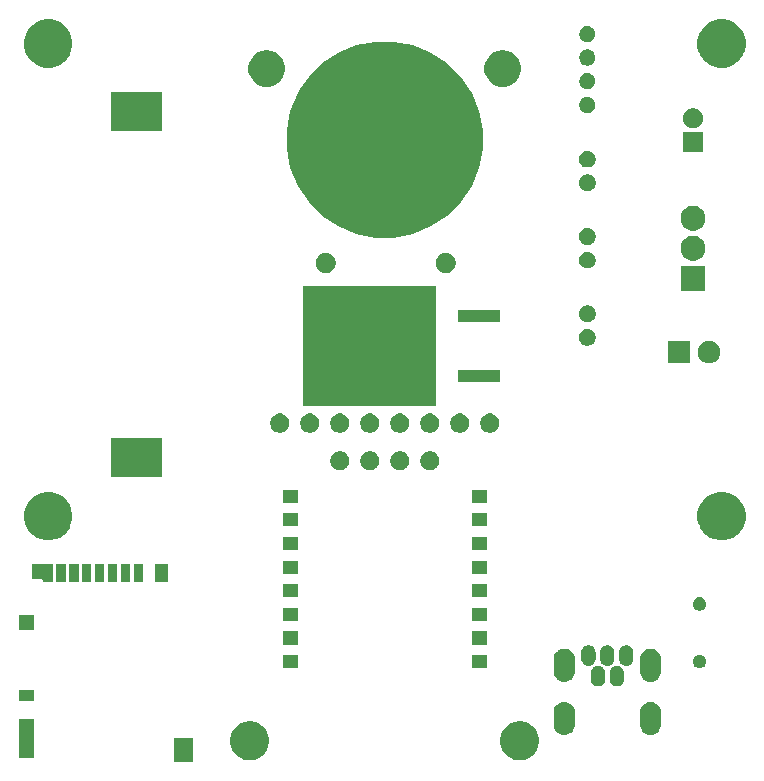
<source format=gbr>
G04 #@! TF.GenerationSoftware,KiCad,Pcbnew,(5.1.5)-3*
G04 #@! TF.CreationDate,2022-04-23T22:50:00-04:00*
G04 #@! TF.ProjectId,SailCam_MK5,5361696c-4361-46d5-9f4d-4b352e6b6963,rev?*
G04 #@! TF.SameCoordinates,Original*
G04 #@! TF.FileFunction,Soldermask,Bot*
G04 #@! TF.FilePolarity,Negative*
%FSLAX46Y46*%
G04 Gerber Fmt 4.6, Leading zero omitted, Abs format (unit mm)*
G04 Created by KiCad (PCBNEW (5.1.5)-3) date 2022-04-23 22:50:00*
%MOMM*%
%LPD*%
G04 APERTURE LIST*
%ADD10C,0.100000*%
G04 APERTURE END LIST*
D10*
G36*
X116105344Y-128192222D02*
G01*
X114504744Y-128192222D01*
X114504744Y-126185222D01*
X116105344Y-126185222D01*
X116105344Y-128192222D01*
G37*
G36*
X144145256Y-124801298D02*
G01*
X144251579Y-124822447D01*
X144552042Y-124946903D01*
X144822451Y-125127585D01*
X145052415Y-125357549D01*
X145233097Y-125627958D01*
X145357553Y-125928421D01*
X145421000Y-126247391D01*
X145421000Y-126572609D01*
X145357553Y-126891579D01*
X145233097Y-127192042D01*
X145052415Y-127462451D01*
X144822451Y-127692415D01*
X144552042Y-127873097D01*
X144251579Y-127997553D01*
X144145256Y-128018702D01*
X143932611Y-128061000D01*
X143607389Y-128061000D01*
X143394744Y-128018702D01*
X143288421Y-127997553D01*
X142987958Y-127873097D01*
X142717549Y-127692415D01*
X142487585Y-127462451D01*
X142306903Y-127192042D01*
X142182447Y-126891579D01*
X142119000Y-126572609D01*
X142119000Y-126247391D01*
X142182447Y-125928421D01*
X142306903Y-125627958D01*
X142487585Y-125357549D01*
X142717549Y-125127585D01*
X142987958Y-124946903D01*
X143288421Y-124822447D01*
X143394744Y-124801298D01*
X143607389Y-124759000D01*
X143932611Y-124759000D01*
X144145256Y-124801298D01*
G37*
G36*
X121285256Y-124801298D02*
G01*
X121391579Y-124822447D01*
X121692042Y-124946903D01*
X121962451Y-125127585D01*
X122192415Y-125357549D01*
X122373097Y-125627958D01*
X122497553Y-125928421D01*
X122561000Y-126247391D01*
X122561000Y-126572609D01*
X122497553Y-126891579D01*
X122373097Y-127192042D01*
X122192415Y-127462451D01*
X121962451Y-127692415D01*
X121692042Y-127873097D01*
X121391579Y-127997553D01*
X121285256Y-128018702D01*
X121072611Y-128061000D01*
X120747389Y-128061000D01*
X120534744Y-128018702D01*
X120428421Y-127997553D01*
X120127958Y-127873097D01*
X119857549Y-127692415D01*
X119627585Y-127462451D01*
X119446903Y-127192042D01*
X119322447Y-126891579D01*
X119259000Y-126572609D01*
X119259000Y-126247391D01*
X119322447Y-125928421D01*
X119446903Y-125627958D01*
X119627585Y-125357549D01*
X119857549Y-125127585D01*
X120127958Y-124946903D01*
X120428421Y-124822447D01*
X120534744Y-124801298D01*
X120747389Y-124759000D01*
X121072611Y-124759000D01*
X121285256Y-124801298D01*
G37*
G36*
X102652900Y-127839800D02*
G01*
X101357100Y-127839800D01*
X101357100Y-124537400D01*
X102652900Y-124537400D01*
X102652900Y-127839800D01*
G37*
G36*
X155016626Y-123122037D02*
G01*
X155186465Y-123173557D01*
X155186467Y-123173558D01*
X155342989Y-123257221D01*
X155480186Y-123369814D01*
X155563448Y-123471271D01*
X155592778Y-123507009D01*
X155676443Y-123663534D01*
X155727963Y-123833373D01*
X155741000Y-123965742D01*
X155741000Y-125054258D01*
X155727963Y-125186627D01*
X155676443Y-125356466D01*
X155592778Y-125512991D01*
X155563448Y-125548729D01*
X155480186Y-125650186D01*
X155378729Y-125733448D01*
X155342991Y-125762778D01*
X155186466Y-125846443D01*
X155016627Y-125897963D01*
X154840000Y-125915359D01*
X154663374Y-125897963D01*
X154493535Y-125846443D01*
X154337010Y-125762778D01*
X154301272Y-125733448D01*
X154199815Y-125650186D01*
X154116553Y-125548729D01*
X154087223Y-125512991D01*
X154003558Y-125356466D01*
X153952038Y-125186627D01*
X153939001Y-125054258D01*
X153939000Y-123965743D01*
X153952037Y-123833374D01*
X154003557Y-123663535D01*
X154087222Y-123507010D01*
X154087223Y-123507009D01*
X154199814Y-123369814D01*
X154301271Y-123286552D01*
X154337009Y-123257222D01*
X154493534Y-123173557D01*
X154663373Y-123122037D01*
X154840000Y-123104641D01*
X155016626Y-123122037D01*
G37*
G36*
X147716626Y-123122037D02*
G01*
X147886465Y-123173557D01*
X147886467Y-123173558D01*
X148042989Y-123257221D01*
X148180186Y-123369814D01*
X148263448Y-123471271D01*
X148292778Y-123507009D01*
X148376443Y-123663534D01*
X148427963Y-123833373D01*
X148441000Y-123965742D01*
X148441000Y-125054258D01*
X148427963Y-125186627D01*
X148376443Y-125356466D01*
X148292778Y-125512991D01*
X148263448Y-125548729D01*
X148180186Y-125650186D01*
X148078729Y-125733448D01*
X148042991Y-125762778D01*
X147886466Y-125846443D01*
X147716627Y-125897963D01*
X147540000Y-125915359D01*
X147363374Y-125897963D01*
X147193535Y-125846443D01*
X147037010Y-125762778D01*
X147001272Y-125733448D01*
X146899815Y-125650186D01*
X146816553Y-125548729D01*
X146787223Y-125512991D01*
X146703558Y-125356466D01*
X146652038Y-125186627D01*
X146639001Y-125054258D01*
X146639000Y-123965743D01*
X146652037Y-123833374D01*
X146703557Y-123663535D01*
X146787222Y-123507010D01*
X146787223Y-123507009D01*
X146899814Y-123369814D01*
X147001271Y-123286552D01*
X147037009Y-123257222D01*
X147193534Y-123173557D01*
X147363373Y-123122037D01*
X147540000Y-123104641D01*
X147716626Y-123122037D01*
G37*
G36*
X102652899Y-123045999D02*
G01*
X101357099Y-123045999D01*
X101357099Y-122131199D01*
X102652899Y-122131199D01*
X102652899Y-123045999D01*
G37*
G36*
X150507817Y-120067696D02*
G01*
X150621104Y-120102062D01*
X150660117Y-120122915D01*
X150682756Y-120132293D01*
X150706789Y-120137073D01*
X150731293Y-120137073D01*
X150739709Y-120135399D01*
X150741342Y-120143609D01*
X150750720Y-120166248D01*
X150764334Y-120186623D01*
X150781658Y-120203947D01*
X150817027Y-120232973D01*
X150844131Y-120266000D01*
X150892131Y-120324488D01*
X150947938Y-120428895D01*
X150982304Y-120542182D01*
X150991000Y-120630481D01*
X150991000Y-121239519D01*
X150982304Y-121327818D01*
X150947938Y-121441105D01*
X150892131Y-121545512D01*
X150817027Y-121637027D01*
X150725512Y-121712131D01*
X150621105Y-121767938D01*
X150507818Y-121802304D01*
X150390000Y-121813907D01*
X150272183Y-121802304D01*
X150158896Y-121767938D01*
X150054489Y-121712131D01*
X149962974Y-121637027D01*
X149887871Y-121545514D01*
X149832061Y-121441102D01*
X149797696Y-121327818D01*
X149789000Y-121239519D01*
X149789000Y-120630482D01*
X149797696Y-120542183D01*
X149832062Y-120428896D01*
X149887869Y-120324489D01*
X149935869Y-120266000D01*
X149962973Y-120232973D01*
X149998344Y-120203945D01*
X150015665Y-120186624D01*
X150029278Y-120166250D01*
X150038656Y-120143611D01*
X150040290Y-120135395D01*
X150048711Y-120137070D01*
X150073215Y-120137070D01*
X150097248Y-120132290D01*
X150119886Y-120122913D01*
X150158897Y-120102062D01*
X150272182Y-120067696D01*
X150390000Y-120056093D01*
X150507817Y-120067696D01*
G37*
G36*
X152107817Y-120067696D02*
G01*
X152221104Y-120102062D01*
X152260117Y-120122915D01*
X152282756Y-120132293D01*
X152306789Y-120137073D01*
X152331293Y-120137073D01*
X152339709Y-120135399D01*
X152341342Y-120143609D01*
X152350720Y-120166248D01*
X152364334Y-120186623D01*
X152381658Y-120203947D01*
X152417027Y-120232973D01*
X152444131Y-120266000D01*
X152492131Y-120324488D01*
X152547938Y-120428895D01*
X152582304Y-120542182D01*
X152591000Y-120630481D01*
X152591000Y-121239519D01*
X152582304Y-121327818D01*
X152547938Y-121441105D01*
X152492131Y-121545512D01*
X152417027Y-121637027D01*
X152325512Y-121712131D01*
X152221105Y-121767938D01*
X152107818Y-121802304D01*
X151990000Y-121813907D01*
X151872183Y-121802304D01*
X151758896Y-121767938D01*
X151654489Y-121712131D01*
X151562974Y-121637027D01*
X151487871Y-121545514D01*
X151432061Y-121441102D01*
X151397696Y-121327818D01*
X151389000Y-121239519D01*
X151389000Y-120630482D01*
X151397696Y-120542183D01*
X151432062Y-120428896D01*
X151487869Y-120324489D01*
X151535869Y-120266000D01*
X151562973Y-120232973D01*
X151598344Y-120203945D01*
X151615665Y-120186624D01*
X151629278Y-120166250D01*
X151638656Y-120143611D01*
X151640290Y-120135395D01*
X151648711Y-120137070D01*
X151673215Y-120137070D01*
X151697248Y-120132290D01*
X151719886Y-120122913D01*
X151758897Y-120102062D01*
X151872182Y-120067696D01*
X151990000Y-120056093D01*
X152107817Y-120067696D01*
G37*
G36*
X147716626Y-118622037D02*
G01*
X147886465Y-118673557D01*
X147886467Y-118673558D01*
X148042989Y-118757221D01*
X148180186Y-118869814D01*
X148263448Y-118971271D01*
X148292778Y-119007009D01*
X148376443Y-119163534D01*
X148427963Y-119333373D01*
X148441000Y-119465742D01*
X148441000Y-120554258D01*
X148427963Y-120686627D01*
X148376443Y-120856466D01*
X148292778Y-121012991D01*
X148263448Y-121048729D01*
X148180186Y-121150186D01*
X148078729Y-121233448D01*
X148042991Y-121262778D01*
X147886466Y-121346443D01*
X147716627Y-121397963D01*
X147540000Y-121415359D01*
X147363374Y-121397963D01*
X147193535Y-121346443D01*
X147037010Y-121262778D01*
X147001272Y-121233448D01*
X146899815Y-121150186D01*
X146816553Y-121048729D01*
X146787223Y-121012991D01*
X146703558Y-120856466D01*
X146652038Y-120686627D01*
X146639001Y-120554258D01*
X146639000Y-119465743D01*
X146652037Y-119333374D01*
X146703557Y-119163535D01*
X146787222Y-119007010D01*
X146787223Y-119007009D01*
X146899814Y-118869814D01*
X147001271Y-118786552D01*
X147037009Y-118757222D01*
X147115271Y-118715390D01*
X147193532Y-118673558D01*
X147193534Y-118673557D01*
X147363373Y-118622037D01*
X147540000Y-118604641D01*
X147716626Y-118622037D01*
G37*
G36*
X155016626Y-118622037D02*
G01*
X155186465Y-118673557D01*
X155186467Y-118673558D01*
X155342989Y-118757221D01*
X155480186Y-118869814D01*
X155563448Y-118971271D01*
X155592778Y-119007009D01*
X155676443Y-119163534D01*
X155727963Y-119333373D01*
X155741000Y-119465742D01*
X155741000Y-120554258D01*
X155727963Y-120686627D01*
X155676443Y-120856466D01*
X155592778Y-121012991D01*
X155563448Y-121048729D01*
X155480186Y-121150186D01*
X155378729Y-121233448D01*
X155342991Y-121262778D01*
X155186466Y-121346443D01*
X155016627Y-121397963D01*
X154840000Y-121415359D01*
X154663374Y-121397963D01*
X154493535Y-121346443D01*
X154337010Y-121262778D01*
X154301272Y-121233448D01*
X154199815Y-121150186D01*
X154116553Y-121048729D01*
X154087223Y-121012991D01*
X154003558Y-120856466D01*
X153952038Y-120686627D01*
X153939001Y-120554258D01*
X153939000Y-119465743D01*
X153952037Y-119333374D01*
X154003557Y-119163535D01*
X154087222Y-119007010D01*
X154087223Y-119007009D01*
X154199814Y-118869814D01*
X154301271Y-118786552D01*
X154337009Y-118757222D01*
X154415271Y-118715390D01*
X154493532Y-118673558D01*
X154493534Y-118673557D01*
X154663373Y-118622037D01*
X154840000Y-118604641D01*
X155016626Y-118622037D01*
G37*
G36*
X159100421Y-119144876D02*
G01*
X159155096Y-119155751D01*
X159258102Y-119198417D01*
X159350804Y-119260359D01*
X159429641Y-119339196D01*
X159491583Y-119431898D01*
X159534249Y-119534904D01*
X159556000Y-119644254D01*
X159556000Y-119755746D01*
X159534249Y-119865096D01*
X159491583Y-119968102D01*
X159429641Y-120060804D01*
X159350804Y-120139641D01*
X159258102Y-120201583D01*
X159155096Y-120244249D01*
X159100421Y-120255125D01*
X159045747Y-120266000D01*
X158934253Y-120266000D01*
X158879579Y-120255125D01*
X158824904Y-120244249D01*
X158721898Y-120201583D01*
X158629196Y-120139641D01*
X158550359Y-120060804D01*
X158488417Y-119968102D01*
X158445751Y-119865096D01*
X158424000Y-119755746D01*
X158424000Y-119644254D01*
X158445751Y-119534904D01*
X158488417Y-119431898D01*
X158550359Y-119339196D01*
X158629196Y-119260359D01*
X158721898Y-119198417D01*
X158824904Y-119155751D01*
X158879579Y-119144876D01*
X158934253Y-119134000D01*
X159045747Y-119134000D01*
X159100421Y-119144876D01*
G37*
G36*
X140991000Y-120261000D02*
G01*
X139689000Y-120261000D01*
X139689000Y-119159000D01*
X140991000Y-119159000D01*
X140991000Y-120261000D01*
G37*
G36*
X124991000Y-120261000D02*
G01*
X123689000Y-120261000D01*
X123689000Y-119159000D01*
X124991000Y-119159000D01*
X124991000Y-120261000D01*
G37*
G36*
X149707817Y-118317696D02*
G01*
X149821104Y-118352062D01*
X149925511Y-118407869D01*
X149925513Y-118407870D01*
X149925512Y-118407870D01*
X150017027Y-118482973D01*
X150080711Y-118560572D01*
X150092131Y-118574488D01*
X150147938Y-118678895D01*
X150182304Y-118792182D01*
X150191000Y-118880481D01*
X150191000Y-119489519D01*
X150182304Y-119577818D01*
X150147938Y-119691105D01*
X150092131Y-119795512D01*
X150092130Y-119795513D01*
X150017027Y-119887027D01*
X149981662Y-119916050D01*
X149964338Y-119933374D01*
X149950724Y-119953749D01*
X149941347Y-119976387D01*
X149939712Y-119984604D01*
X149931291Y-119982929D01*
X149906787Y-119982929D01*
X149882754Y-119987709D01*
X149860116Y-119997086D01*
X149821104Y-120017938D01*
X149707818Y-120052304D01*
X149590000Y-120063907D01*
X149472183Y-120052304D01*
X149358896Y-120017938D01*
X149254489Y-119962131D01*
X149162974Y-119887027D01*
X149087871Y-119795514D01*
X149032061Y-119691102D01*
X148997696Y-119577818D01*
X148989000Y-119489519D01*
X148989000Y-118880482D01*
X148997696Y-118792183D01*
X149032062Y-118678896D01*
X149087869Y-118574489D01*
X149101338Y-118558077D01*
X149162973Y-118482973D01*
X149254487Y-118407870D01*
X149254486Y-118407870D01*
X149254488Y-118407869D01*
X149358895Y-118352062D01*
X149472182Y-118317696D01*
X149590000Y-118306093D01*
X149707817Y-118317696D01*
G37*
G36*
X152907817Y-118317696D02*
G01*
X153021104Y-118352062D01*
X153125511Y-118407869D01*
X153125513Y-118407870D01*
X153125512Y-118407870D01*
X153217027Y-118482973D01*
X153280711Y-118560572D01*
X153292131Y-118574488D01*
X153347938Y-118678895D01*
X153382304Y-118792182D01*
X153391000Y-118880481D01*
X153391000Y-119489519D01*
X153382304Y-119577818D01*
X153347938Y-119691105D01*
X153292131Y-119795512D01*
X153217027Y-119887027D01*
X153125512Y-119962131D01*
X153021105Y-120017938D01*
X152907818Y-120052304D01*
X152790000Y-120063907D01*
X152672183Y-120052304D01*
X152558896Y-120017938D01*
X152519883Y-119997085D01*
X152497244Y-119987707D01*
X152473211Y-119982927D01*
X152448707Y-119982927D01*
X152440291Y-119984601D01*
X152438658Y-119976391D01*
X152429280Y-119953752D01*
X152415666Y-119933377D01*
X152398340Y-119916051D01*
X152362974Y-119887027D01*
X152287871Y-119795514D01*
X152232061Y-119691102D01*
X152197696Y-119577818D01*
X152189000Y-119489519D01*
X152189000Y-118880482D01*
X152197696Y-118792183D01*
X152232062Y-118678896D01*
X152287869Y-118574489D01*
X152301338Y-118558077D01*
X152362973Y-118482973D01*
X152454487Y-118407870D01*
X152454486Y-118407870D01*
X152454488Y-118407869D01*
X152558895Y-118352062D01*
X152672182Y-118317696D01*
X152790000Y-118306093D01*
X152907817Y-118317696D01*
G37*
G36*
X151307817Y-118317696D02*
G01*
X151421104Y-118352062D01*
X151525511Y-118407869D01*
X151525513Y-118407870D01*
X151525512Y-118407870D01*
X151617027Y-118482973D01*
X151680711Y-118560572D01*
X151692131Y-118574488D01*
X151747938Y-118678895D01*
X151782304Y-118792182D01*
X151791000Y-118880481D01*
X151791000Y-119489519D01*
X151782304Y-119577818D01*
X151747938Y-119691105D01*
X151692131Y-119795512D01*
X151692130Y-119795513D01*
X151617027Y-119887027D01*
X151581662Y-119916050D01*
X151564338Y-119933374D01*
X151550724Y-119953749D01*
X151541347Y-119976387D01*
X151539712Y-119984604D01*
X151531291Y-119982929D01*
X151506787Y-119982929D01*
X151482754Y-119987709D01*
X151460116Y-119997086D01*
X151421104Y-120017938D01*
X151307818Y-120052304D01*
X151190000Y-120063907D01*
X151072183Y-120052304D01*
X150958896Y-120017938D01*
X150919883Y-119997085D01*
X150897244Y-119987707D01*
X150873211Y-119982927D01*
X150848707Y-119982927D01*
X150840291Y-119984601D01*
X150838658Y-119976391D01*
X150829280Y-119953752D01*
X150815666Y-119933377D01*
X150798340Y-119916051D01*
X150762974Y-119887027D01*
X150687871Y-119795514D01*
X150632061Y-119691102D01*
X150597696Y-119577818D01*
X150589000Y-119489519D01*
X150589000Y-118880482D01*
X150597696Y-118792183D01*
X150632062Y-118678896D01*
X150687869Y-118574489D01*
X150701338Y-118558077D01*
X150762973Y-118482973D01*
X150854487Y-118407870D01*
X150854486Y-118407870D01*
X150854488Y-118407869D01*
X150958895Y-118352062D01*
X151072182Y-118317696D01*
X151190000Y-118306093D01*
X151307817Y-118317696D01*
G37*
G36*
X124991000Y-118261000D02*
G01*
X123689000Y-118261000D01*
X123689000Y-117159000D01*
X124991000Y-117159000D01*
X124991000Y-118261000D01*
G37*
G36*
X140991000Y-118261000D02*
G01*
X139689000Y-118261000D01*
X139689000Y-117159000D01*
X140991000Y-117159000D01*
X140991000Y-118261000D01*
G37*
G36*
X102652900Y-117036499D02*
G01*
X101357100Y-117036499D01*
X101357100Y-115740699D01*
X102652900Y-115740699D01*
X102652900Y-117036499D01*
G37*
G36*
X124991000Y-116261000D02*
G01*
X123689000Y-116261000D01*
X123689000Y-115159000D01*
X124991000Y-115159000D01*
X124991000Y-116261000D01*
G37*
G36*
X140991000Y-116261000D02*
G01*
X139689000Y-116261000D01*
X139689000Y-115159000D01*
X140991000Y-115159000D01*
X140991000Y-116261000D01*
G37*
G36*
X159100421Y-114264875D02*
G01*
X159155096Y-114275751D01*
X159258102Y-114318417D01*
X159350804Y-114380359D01*
X159429641Y-114459196D01*
X159491583Y-114551898D01*
X159534249Y-114654904D01*
X159556000Y-114764254D01*
X159556000Y-114875746D01*
X159534249Y-114985096D01*
X159491583Y-115088102D01*
X159429641Y-115180804D01*
X159350804Y-115259641D01*
X159258102Y-115321583D01*
X159155096Y-115364249D01*
X159100421Y-115375124D01*
X159045747Y-115386000D01*
X158934253Y-115386000D01*
X158879579Y-115375124D01*
X158824904Y-115364249D01*
X158721898Y-115321583D01*
X158629196Y-115259641D01*
X158550359Y-115180804D01*
X158488417Y-115088102D01*
X158445751Y-114985096D01*
X158424000Y-114875746D01*
X158424000Y-114764254D01*
X158445751Y-114654904D01*
X158488417Y-114551898D01*
X158550359Y-114459196D01*
X158629196Y-114380359D01*
X158721898Y-114318417D01*
X158824904Y-114275751D01*
X158879579Y-114264875D01*
X158934253Y-114254000D01*
X159045747Y-114254000D01*
X159100421Y-114264875D01*
G37*
G36*
X140991000Y-114261000D02*
G01*
X139689000Y-114261000D01*
X139689000Y-113159000D01*
X140991000Y-113159000D01*
X140991000Y-114261000D01*
G37*
G36*
X124991000Y-114261000D02*
G01*
X123689000Y-114261000D01*
X123689000Y-113159000D01*
X124991000Y-113159000D01*
X124991000Y-114261000D01*
G37*
G36*
X111911601Y-112938100D02*
G01*
X111098401Y-112938100D01*
X111098401Y-111439100D01*
X111911601Y-111439100D01*
X111911601Y-112938100D01*
G37*
G36*
X110811600Y-112938100D02*
G01*
X109998400Y-112938100D01*
X109998400Y-111439100D01*
X110811600Y-111439100D01*
X110811600Y-112938100D01*
G37*
G36*
X109711600Y-112938100D02*
G01*
X108898400Y-112938100D01*
X108898400Y-111439100D01*
X109711600Y-111439100D01*
X109711600Y-112938100D01*
G37*
G36*
X108611600Y-112938100D02*
G01*
X107798400Y-112938100D01*
X107798400Y-111439100D01*
X108611600Y-111439100D01*
X108611600Y-112938100D01*
G37*
G36*
X107511599Y-112938100D02*
G01*
X106698399Y-112938100D01*
X106698399Y-111439100D01*
X107511599Y-111439100D01*
X107511599Y-112938100D01*
G37*
G36*
X106411599Y-112938100D02*
G01*
X105598399Y-112938100D01*
X105598399Y-111439100D01*
X106411599Y-111439100D01*
X106411599Y-112938100D01*
G37*
G36*
X105311601Y-112938100D02*
G01*
X104498401Y-112938100D01*
X104498401Y-111439100D01*
X105311601Y-111439100D01*
X105311601Y-112938100D01*
G37*
G36*
X104211601Y-112938100D02*
G01*
X103398401Y-112938100D01*
X103398401Y-112861499D01*
X103395999Y-112837113D01*
X103388886Y-112813664D01*
X103377335Y-112792053D01*
X103361790Y-112773111D01*
X103342848Y-112757566D01*
X103321237Y-112746015D01*
X103297788Y-112738902D01*
X103273402Y-112736500D01*
X102448400Y-112736500D01*
X102448400Y-111440700D01*
X103273402Y-111440700D01*
X103289646Y-111439100D01*
X104211601Y-111439100D01*
X104211601Y-112938100D01*
G37*
G36*
X113951300Y-112938100D02*
G01*
X112858700Y-112938100D01*
X112858700Y-111439100D01*
X113951300Y-111439100D01*
X113951300Y-112938100D01*
G37*
G36*
X140991000Y-112261000D02*
G01*
X139689000Y-112261000D01*
X139689000Y-111159000D01*
X140991000Y-111159000D01*
X140991000Y-112261000D01*
G37*
G36*
X124991000Y-112261000D02*
G01*
X123689000Y-112261000D01*
X123689000Y-111159000D01*
X124991000Y-111159000D01*
X124991000Y-112261000D01*
G37*
G36*
X140991000Y-110261000D02*
G01*
X139689000Y-110261000D01*
X139689000Y-109159000D01*
X140991000Y-109159000D01*
X140991000Y-110261000D01*
G37*
G36*
X124991000Y-110261000D02*
G01*
X123689000Y-110261000D01*
X123689000Y-109159000D01*
X124991000Y-109159000D01*
X124991000Y-110261000D01*
G37*
G36*
X104438754Y-105419318D02*
G01*
X104812011Y-105573926D01*
X104812013Y-105573927D01*
X105147936Y-105798384D01*
X105433616Y-106084064D01*
X105658074Y-106419989D01*
X105812682Y-106793246D01*
X105891500Y-107189493D01*
X105891500Y-107593507D01*
X105812682Y-107989754D01*
X105700328Y-108261000D01*
X105658073Y-108363013D01*
X105433616Y-108698936D01*
X105147936Y-108984616D01*
X104812013Y-109209073D01*
X104812012Y-109209074D01*
X104812011Y-109209074D01*
X104438754Y-109363682D01*
X104042507Y-109442500D01*
X103638493Y-109442500D01*
X103242246Y-109363682D01*
X102868989Y-109209074D01*
X102868988Y-109209074D01*
X102868987Y-109209073D01*
X102533064Y-108984616D01*
X102247384Y-108698936D01*
X102022927Y-108363013D01*
X101980672Y-108261000D01*
X101868318Y-107989754D01*
X101789500Y-107593507D01*
X101789500Y-107189493D01*
X101868318Y-106793246D01*
X102022926Y-106419989D01*
X102247384Y-106084064D01*
X102533064Y-105798384D01*
X102868987Y-105573927D01*
X102868989Y-105573926D01*
X103242246Y-105419318D01*
X103638493Y-105340500D01*
X104042507Y-105340500D01*
X104438754Y-105419318D01*
G37*
G36*
X161461754Y-105419318D02*
G01*
X161835011Y-105573926D01*
X161835013Y-105573927D01*
X162170936Y-105798384D01*
X162456616Y-106084064D01*
X162681074Y-106419989D01*
X162835682Y-106793246D01*
X162914500Y-107189493D01*
X162914500Y-107593507D01*
X162835682Y-107989754D01*
X162723328Y-108261000D01*
X162681073Y-108363013D01*
X162456616Y-108698936D01*
X162170936Y-108984616D01*
X161835013Y-109209073D01*
X161835012Y-109209074D01*
X161835011Y-109209074D01*
X161461754Y-109363682D01*
X161065507Y-109442500D01*
X160661493Y-109442500D01*
X160265246Y-109363682D01*
X159891989Y-109209074D01*
X159891988Y-109209074D01*
X159891987Y-109209073D01*
X159556064Y-108984616D01*
X159270384Y-108698936D01*
X159045927Y-108363013D01*
X159003672Y-108261000D01*
X158891318Y-107989754D01*
X158812500Y-107593507D01*
X158812500Y-107189493D01*
X158891318Y-106793246D01*
X159045926Y-106419989D01*
X159270384Y-106084064D01*
X159556064Y-105798384D01*
X159891987Y-105573927D01*
X159891989Y-105573926D01*
X160265246Y-105419318D01*
X160661493Y-105340500D01*
X161065507Y-105340500D01*
X161461754Y-105419318D01*
G37*
G36*
X140991000Y-108261000D02*
G01*
X139689000Y-108261000D01*
X139689000Y-107159000D01*
X140991000Y-107159000D01*
X140991000Y-108261000D01*
G37*
G36*
X124991000Y-108261000D02*
G01*
X123689000Y-108261000D01*
X123689000Y-107159000D01*
X124991000Y-107159000D01*
X124991000Y-108261000D01*
G37*
G36*
X140991000Y-106261000D02*
G01*
X139689000Y-106261000D01*
X139689000Y-105159000D01*
X140991000Y-105159000D01*
X140991000Y-106261000D01*
G37*
G36*
X124991000Y-106261000D02*
G01*
X123689000Y-106261000D01*
X123689000Y-105159000D01*
X124991000Y-105159000D01*
X124991000Y-106261000D01*
G37*
G36*
X113491000Y-104111000D02*
G01*
X109189000Y-104111000D01*
X109189000Y-100809000D01*
X113491000Y-100809000D01*
X113491000Y-104111000D01*
G37*
G36*
X136387142Y-101928242D02*
G01*
X136535101Y-101989529D01*
X136668255Y-102078499D01*
X136781501Y-102191745D01*
X136870471Y-102324899D01*
X136931758Y-102472858D01*
X136963000Y-102629925D01*
X136963000Y-102790075D01*
X136931758Y-102947142D01*
X136870471Y-103095101D01*
X136781501Y-103228255D01*
X136668255Y-103341501D01*
X136535101Y-103430471D01*
X136387142Y-103491758D01*
X136230075Y-103523000D01*
X136069925Y-103523000D01*
X135912858Y-103491758D01*
X135764899Y-103430471D01*
X135631745Y-103341501D01*
X135518499Y-103228255D01*
X135429529Y-103095101D01*
X135368242Y-102947142D01*
X135337000Y-102790075D01*
X135337000Y-102629925D01*
X135368242Y-102472858D01*
X135429529Y-102324899D01*
X135518499Y-102191745D01*
X135631745Y-102078499D01*
X135764899Y-101989529D01*
X135912858Y-101928242D01*
X136069925Y-101897000D01*
X136230075Y-101897000D01*
X136387142Y-101928242D01*
G37*
G36*
X133847142Y-101928242D02*
G01*
X133995101Y-101989529D01*
X134128255Y-102078499D01*
X134241501Y-102191745D01*
X134330471Y-102324899D01*
X134391758Y-102472858D01*
X134423000Y-102629925D01*
X134423000Y-102790075D01*
X134391758Y-102947142D01*
X134330471Y-103095101D01*
X134241501Y-103228255D01*
X134128255Y-103341501D01*
X133995101Y-103430471D01*
X133847142Y-103491758D01*
X133690075Y-103523000D01*
X133529925Y-103523000D01*
X133372858Y-103491758D01*
X133224899Y-103430471D01*
X133091745Y-103341501D01*
X132978499Y-103228255D01*
X132889529Y-103095101D01*
X132828242Y-102947142D01*
X132797000Y-102790075D01*
X132797000Y-102629925D01*
X132828242Y-102472858D01*
X132889529Y-102324899D01*
X132978499Y-102191745D01*
X133091745Y-102078499D01*
X133224899Y-101989529D01*
X133372858Y-101928242D01*
X133529925Y-101897000D01*
X133690075Y-101897000D01*
X133847142Y-101928242D01*
G37*
G36*
X131307142Y-101928242D02*
G01*
X131455101Y-101989529D01*
X131588255Y-102078499D01*
X131701501Y-102191745D01*
X131790471Y-102324899D01*
X131851758Y-102472858D01*
X131883000Y-102629925D01*
X131883000Y-102790075D01*
X131851758Y-102947142D01*
X131790471Y-103095101D01*
X131701501Y-103228255D01*
X131588255Y-103341501D01*
X131455101Y-103430471D01*
X131307142Y-103491758D01*
X131150075Y-103523000D01*
X130989925Y-103523000D01*
X130832858Y-103491758D01*
X130684899Y-103430471D01*
X130551745Y-103341501D01*
X130438499Y-103228255D01*
X130349529Y-103095101D01*
X130288242Y-102947142D01*
X130257000Y-102790075D01*
X130257000Y-102629925D01*
X130288242Y-102472858D01*
X130349529Y-102324899D01*
X130438499Y-102191745D01*
X130551745Y-102078499D01*
X130684899Y-101989529D01*
X130832858Y-101928242D01*
X130989925Y-101897000D01*
X131150075Y-101897000D01*
X131307142Y-101928242D01*
G37*
G36*
X128767142Y-101928242D02*
G01*
X128915101Y-101989529D01*
X129048255Y-102078499D01*
X129161501Y-102191745D01*
X129250471Y-102324899D01*
X129311758Y-102472858D01*
X129343000Y-102629925D01*
X129343000Y-102790075D01*
X129311758Y-102947142D01*
X129250471Y-103095101D01*
X129161501Y-103228255D01*
X129048255Y-103341501D01*
X128915101Y-103430471D01*
X128767142Y-103491758D01*
X128610075Y-103523000D01*
X128449925Y-103523000D01*
X128292858Y-103491758D01*
X128144899Y-103430471D01*
X128011745Y-103341501D01*
X127898499Y-103228255D01*
X127809529Y-103095101D01*
X127748242Y-102947142D01*
X127717000Y-102790075D01*
X127717000Y-102629925D01*
X127748242Y-102472858D01*
X127809529Y-102324899D01*
X127898499Y-102191745D01*
X128011745Y-102078499D01*
X128144899Y-101989529D01*
X128292858Y-101928242D01*
X128449925Y-101897000D01*
X128610075Y-101897000D01*
X128767142Y-101928242D01*
G37*
G36*
X128767142Y-98728242D02*
G01*
X128915101Y-98789529D01*
X129048255Y-98878499D01*
X129161501Y-98991745D01*
X129250471Y-99124899D01*
X129311758Y-99272858D01*
X129343000Y-99429925D01*
X129343000Y-99590075D01*
X129311758Y-99747142D01*
X129250471Y-99895101D01*
X129161501Y-100028255D01*
X129048255Y-100141501D01*
X128915101Y-100230471D01*
X128767142Y-100291758D01*
X128610075Y-100323000D01*
X128449925Y-100323000D01*
X128292858Y-100291758D01*
X128144899Y-100230471D01*
X128011745Y-100141501D01*
X127898499Y-100028255D01*
X127809529Y-99895101D01*
X127748242Y-99747142D01*
X127717000Y-99590075D01*
X127717000Y-99429925D01*
X127748242Y-99272858D01*
X127809529Y-99124899D01*
X127898499Y-98991745D01*
X128011745Y-98878499D01*
X128144899Y-98789529D01*
X128292858Y-98728242D01*
X128449925Y-98697000D01*
X128610075Y-98697000D01*
X128767142Y-98728242D01*
G37*
G36*
X123687142Y-98728242D02*
G01*
X123835101Y-98789529D01*
X123968255Y-98878499D01*
X124081501Y-98991745D01*
X124170471Y-99124899D01*
X124231758Y-99272858D01*
X124263000Y-99429925D01*
X124263000Y-99590075D01*
X124231758Y-99747142D01*
X124170471Y-99895101D01*
X124081501Y-100028255D01*
X123968255Y-100141501D01*
X123835101Y-100230471D01*
X123687142Y-100291758D01*
X123530075Y-100323000D01*
X123369925Y-100323000D01*
X123212858Y-100291758D01*
X123064899Y-100230471D01*
X122931745Y-100141501D01*
X122818499Y-100028255D01*
X122729529Y-99895101D01*
X122668242Y-99747142D01*
X122637000Y-99590075D01*
X122637000Y-99429925D01*
X122668242Y-99272858D01*
X122729529Y-99124899D01*
X122818499Y-98991745D01*
X122931745Y-98878499D01*
X123064899Y-98789529D01*
X123212858Y-98728242D01*
X123369925Y-98697000D01*
X123530075Y-98697000D01*
X123687142Y-98728242D01*
G37*
G36*
X126227142Y-98728242D02*
G01*
X126375101Y-98789529D01*
X126508255Y-98878499D01*
X126621501Y-98991745D01*
X126710471Y-99124899D01*
X126771758Y-99272858D01*
X126803000Y-99429925D01*
X126803000Y-99590075D01*
X126771758Y-99747142D01*
X126710471Y-99895101D01*
X126621501Y-100028255D01*
X126508255Y-100141501D01*
X126375101Y-100230471D01*
X126227142Y-100291758D01*
X126070075Y-100323000D01*
X125909925Y-100323000D01*
X125752858Y-100291758D01*
X125604899Y-100230471D01*
X125471745Y-100141501D01*
X125358499Y-100028255D01*
X125269529Y-99895101D01*
X125208242Y-99747142D01*
X125177000Y-99590075D01*
X125177000Y-99429925D01*
X125208242Y-99272858D01*
X125269529Y-99124899D01*
X125358499Y-98991745D01*
X125471745Y-98878499D01*
X125604899Y-98789529D01*
X125752858Y-98728242D01*
X125909925Y-98697000D01*
X126070075Y-98697000D01*
X126227142Y-98728242D01*
G37*
G36*
X141467142Y-98728242D02*
G01*
X141615101Y-98789529D01*
X141748255Y-98878499D01*
X141861501Y-98991745D01*
X141950471Y-99124899D01*
X142011758Y-99272858D01*
X142043000Y-99429925D01*
X142043000Y-99590075D01*
X142011758Y-99747142D01*
X141950471Y-99895101D01*
X141861501Y-100028255D01*
X141748255Y-100141501D01*
X141615101Y-100230471D01*
X141467142Y-100291758D01*
X141310075Y-100323000D01*
X141149925Y-100323000D01*
X140992858Y-100291758D01*
X140844899Y-100230471D01*
X140711745Y-100141501D01*
X140598499Y-100028255D01*
X140509529Y-99895101D01*
X140448242Y-99747142D01*
X140417000Y-99590075D01*
X140417000Y-99429925D01*
X140448242Y-99272858D01*
X140509529Y-99124899D01*
X140598499Y-98991745D01*
X140711745Y-98878499D01*
X140844899Y-98789529D01*
X140992858Y-98728242D01*
X141149925Y-98697000D01*
X141310075Y-98697000D01*
X141467142Y-98728242D01*
G37*
G36*
X138927142Y-98728242D02*
G01*
X139075101Y-98789529D01*
X139208255Y-98878499D01*
X139321501Y-98991745D01*
X139410471Y-99124899D01*
X139471758Y-99272858D01*
X139503000Y-99429925D01*
X139503000Y-99590075D01*
X139471758Y-99747142D01*
X139410471Y-99895101D01*
X139321501Y-100028255D01*
X139208255Y-100141501D01*
X139075101Y-100230471D01*
X138927142Y-100291758D01*
X138770075Y-100323000D01*
X138609925Y-100323000D01*
X138452858Y-100291758D01*
X138304899Y-100230471D01*
X138171745Y-100141501D01*
X138058499Y-100028255D01*
X137969529Y-99895101D01*
X137908242Y-99747142D01*
X137877000Y-99590075D01*
X137877000Y-99429925D01*
X137908242Y-99272858D01*
X137969529Y-99124899D01*
X138058499Y-98991745D01*
X138171745Y-98878499D01*
X138304899Y-98789529D01*
X138452858Y-98728242D01*
X138609925Y-98697000D01*
X138770075Y-98697000D01*
X138927142Y-98728242D01*
G37*
G36*
X133847142Y-98728242D02*
G01*
X133995101Y-98789529D01*
X134128255Y-98878499D01*
X134241501Y-98991745D01*
X134330471Y-99124899D01*
X134391758Y-99272858D01*
X134423000Y-99429925D01*
X134423000Y-99590075D01*
X134391758Y-99747142D01*
X134330471Y-99895101D01*
X134241501Y-100028255D01*
X134128255Y-100141501D01*
X133995101Y-100230471D01*
X133847142Y-100291758D01*
X133690075Y-100323000D01*
X133529925Y-100323000D01*
X133372858Y-100291758D01*
X133224899Y-100230471D01*
X133091745Y-100141501D01*
X132978499Y-100028255D01*
X132889529Y-99895101D01*
X132828242Y-99747142D01*
X132797000Y-99590075D01*
X132797000Y-99429925D01*
X132828242Y-99272858D01*
X132889529Y-99124899D01*
X132978499Y-98991745D01*
X133091745Y-98878499D01*
X133224899Y-98789529D01*
X133372858Y-98728242D01*
X133529925Y-98697000D01*
X133690075Y-98697000D01*
X133847142Y-98728242D01*
G37*
G36*
X131307142Y-98728242D02*
G01*
X131455101Y-98789529D01*
X131588255Y-98878499D01*
X131701501Y-98991745D01*
X131790471Y-99124899D01*
X131851758Y-99272858D01*
X131883000Y-99429925D01*
X131883000Y-99590075D01*
X131851758Y-99747142D01*
X131790471Y-99895101D01*
X131701501Y-100028255D01*
X131588255Y-100141501D01*
X131455101Y-100230471D01*
X131307142Y-100291758D01*
X131150075Y-100323000D01*
X130989925Y-100323000D01*
X130832858Y-100291758D01*
X130684899Y-100230471D01*
X130551745Y-100141501D01*
X130438499Y-100028255D01*
X130349529Y-99895101D01*
X130288242Y-99747142D01*
X130257000Y-99590075D01*
X130257000Y-99429925D01*
X130288242Y-99272858D01*
X130349529Y-99124899D01*
X130438499Y-98991745D01*
X130551745Y-98878499D01*
X130684899Y-98789529D01*
X130832858Y-98728242D01*
X130989925Y-98697000D01*
X131150075Y-98697000D01*
X131307142Y-98728242D01*
G37*
G36*
X136387142Y-98728242D02*
G01*
X136535101Y-98789529D01*
X136668255Y-98878499D01*
X136781501Y-98991745D01*
X136870471Y-99124899D01*
X136931758Y-99272858D01*
X136963000Y-99429925D01*
X136963000Y-99590075D01*
X136931758Y-99747142D01*
X136870471Y-99895101D01*
X136781501Y-100028255D01*
X136668255Y-100141501D01*
X136535101Y-100230471D01*
X136387142Y-100291758D01*
X136230075Y-100323000D01*
X136069925Y-100323000D01*
X135912858Y-100291758D01*
X135764899Y-100230471D01*
X135631745Y-100141501D01*
X135518499Y-100028255D01*
X135429529Y-99895101D01*
X135368242Y-99747142D01*
X135337000Y-99590075D01*
X135337000Y-99429925D01*
X135368242Y-99272858D01*
X135429529Y-99124899D01*
X135518499Y-98991745D01*
X135631745Y-98878499D01*
X135764899Y-98789529D01*
X135912858Y-98728242D01*
X136069925Y-98697000D01*
X136230075Y-98697000D01*
X136387142Y-98728242D01*
G37*
G36*
X136653600Y-98027500D02*
G01*
X125426400Y-98027500D01*
X125426400Y-87892500D01*
X136653600Y-87892500D01*
X136653600Y-98027500D01*
G37*
G36*
X142114600Y-96020900D02*
G01*
X138507400Y-96020900D01*
X138507400Y-94979100D01*
X142114600Y-94979100D01*
X142114600Y-96020900D01*
G37*
G36*
X160057395Y-92595546D02*
G01*
X160230466Y-92667234D01*
X160230467Y-92667235D01*
X160386227Y-92771310D01*
X160518690Y-92903773D01*
X160518691Y-92903775D01*
X160622766Y-93059534D01*
X160694454Y-93232605D01*
X160731000Y-93416333D01*
X160731000Y-93603667D01*
X160694454Y-93787395D01*
X160622766Y-93960466D01*
X160622765Y-93960467D01*
X160518690Y-94116227D01*
X160386227Y-94248690D01*
X160307818Y-94301081D01*
X160230466Y-94352766D01*
X160057395Y-94424454D01*
X159873667Y-94461000D01*
X159686333Y-94461000D01*
X159502605Y-94424454D01*
X159329534Y-94352766D01*
X159252182Y-94301081D01*
X159173773Y-94248690D01*
X159041310Y-94116227D01*
X158937235Y-93960467D01*
X158937234Y-93960466D01*
X158865546Y-93787395D01*
X158829000Y-93603667D01*
X158829000Y-93416333D01*
X158865546Y-93232605D01*
X158937234Y-93059534D01*
X159041309Y-92903775D01*
X159041310Y-92903773D01*
X159173773Y-92771310D01*
X159329533Y-92667235D01*
X159329534Y-92667234D01*
X159502605Y-92595546D01*
X159686333Y-92559000D01*
X159873667Y-92559000D01*
X160057395Y-92595546D01*
G37*
G36*
X158191000Y-94461000D02*
G01*
X156289000Y-94461000D01*
X156289000Y-92559000D01*
X158191000Y-92559000D01*
X158191000Y-94461000D01*
G37*
G36*
X149697507Y-91575939D02*
G01*
X149826973Y-91629566D01*
X149943490Y-91707420D01*
X150042581Y-91806511D01*
X150120435Y-91923028D01*
X150174062Y-92052494D01*
X150201400Y-92189933D01*
X150201400Y-92330069D01*
X150174062Y-92467508D01*
X150120435Y-92596974D01*
X150042581Y-92713491D01*
X149943490Y-92812582D01*
X149826973Y-92890436D01*
X149697507Y-92944063D01*
X149560068Y-92971401D01*
X149419932Y-92971401D01*
X149282493Y-92944063D01*
X149153027Y-92890436D01*
X149036510Y-92812582D01*
X148937419Y-92713491D01*
X148859565Y-92596974D01*
X148805938Y-92467508D01*
X148778600Y-92330069D01*
X148778600Y-92189933D01*
X148805938Y-92052494D01*
X148859565Y-91923028D01*
X148937419Y-91806511D01*
X149036510Y-91707420D01*
X149153027Y-91629566D01*
X149282493Y-91575939D01*
X149419932Y-91548601D01*
X149560068Y-91548601D01*
X149697507Y-91575939D01*
G37*
G36*
X149697507Y-89575937D02*
G01*
X149826973Y-89629564D01*
X149943490Y-89707418D01*
X150042581Y-89806509D01*
X150120435Y-89923026D01*
X150174062Y-90052492D01*
X150201400Y-90189931D01*
X150201400Y-90330067D01*
X150174062Y-90467506D01*
X150120435Y-90596972D01*
X150042581Y-90713489D01*
X149943490Y-90812580D01*
X149826973Y-90890434D01*
X149697507Y-90944061D01*
X149560068Y-90971399D01*
X149419932Y-90971399D01*
X149282493Y-90944061D01*
X149153027Y-90890434D01*
X149036510Y-90812580D01*
X148937419Y-90713489D01*
X148859565Y-90596972D01*
X148805938Y-90467506D01*
X148778600Y-90330067D01*
X148778600Y-90189931D01*
X148805938Y-90052492D01*
X148859565Y-89923026D01*
X148937419Y-89806509D01*
X149036510Y-89707418D01*
X149153027Y-89629564D01*
X149282493Y-89575937D01*
X149419932Y-89548599D01*
X149560068Y-89548599D01*
X149697507Y-89575937D01*
G37*
G36*
X142114600Y-90940900D02*
G01*
X138507400Y-90940900D01*
X138507400Y-89899100D01*
X142114600Y-89899100D01*
X142114600Y-90940900D01*
G37*
G36*
X159491000Y-88301000D02*
G01*
X157389000Y-88301000D01*
X157389000Y-86199000D01*
X159491000Y-86199000D01*
X159491000Y-88301000D01*
G37*
G36*
X137748228Y-85141703D02*
G01*
X137903100Y-85205853D01*
X138042481Y-85298985D01*
X138161015Y-85417519D01*
X138254147Y-85556900D01*
X138318297Y-85711772D01*
X138351000Y-85876184D01*
X138351000Y-86043816D01*
X138318297Y-86208228D01*
X138254147Y-86363100D01*
X138161015Y-86502481D01*
X138042481Y-86621015D01*
X137903100Y-86714147D01*
X137748228Y-86778297D01*
X137583816Y-86811000D01*
X137416184Y-86811000D01*
X137251772Y-86778297D01*
X137096900Y-86714147D01*
X136957519Y-86621015D01*
X136838985Y-86502481D01*
X136745853Y-86363100D01*
X136681703Y-86208228D01*
X136649000Y-86043816D01*
X136649000Y-85876184D01*
X136681703Y-85711772D01*
X136745853Y-85556900D01*
X136838985Y-85417519D01*
X136957519Y-85298985D01*
X137096900Y-85205853D01*
X137251772Y-85141703D01*
X137416184Y-85109000D01*
X137583816Y-85109000D01*
X137748228Y-85141703D01*
G37*
G36*
X127588228Y-85141703D02*
G01*
X127743100Y-85205853D01*
X127882481Y-85298985D01*
X128001015Y-85417519D01*
X128094147Y-85556900D01*
X128158297Y-85711772D01*
X128191000Y-85876184D01*
X128191000Y-86043816D01*
X128158297Y-86208228D01*
X128094147Y-86363100D01*
X128001015Y-86502481D01*
X127882481Y-86621015D01*
X127743100Y-86714147D01*
X127588228Y-86778297D01*
X127423816Y-86811000D01*
X127256184Y-86811000D01*
X127091772Y-86778297D01*
X126936900Y-86714147D01*
X126797519Y-86621015D01*
X126678985Y-86502481D01*
X126585853Y-86363100D01*
X126521703Y-86208228D01*
X126489000Y-86043816D01*
X126489000Y-85876184D01*
X126521703Y-85711772D01*
X126585853Y-85556900D01*
X126678985Y-85417519D01*
X126797519Y-85298985D01*
X126936900Y-85205853D01*
X127091772Y-85141703D01*
X127256184Y-85109000D01*
X127423816Y-85109000D01*
X127588228Y-85141703D01*
G37*
G36*
X149697507Y-85025939D02*
G01*
X149826973Y-85079566D01*
X149943490Y-85157420D01*
X150042581Y-85256511D01*
X150120435Y-85373028D01*
X150174062Y-85502494D01*
X150201400Y-85639933D01*
X150201400Y-85780069D01*
X150174062Y-85917508D01*
X150120435Y-86046974D01*
X150042581Y-86163491D01*
X149943490Y-86262582D01*
X149826973Y-86340436D01*
X149697507Y-86394063D01*
X149560068Y-86421401D01*
X149419932Y-86421401D01*
X149282493Y-86394063D01*
X149153027Y-86340436D01*
X149036510Y-86262582D01*
X148937419Y-86163491D01*
X148859565Y-86046974D01*
X148805938Y-85917508D01*
X148778600Y-85780069D01*
X148778600Y-85639933D01*
X148805938Y-85502494D01*
X148859565Y-85373028D01*
X148937419Y-85256511D01*
X149036510Y-85157420D01*
X149153027Y-85079566D01*
X149282493Y-85025939D01*
X149419932Y-84998601D01*
X149560068Y-84998601D01*
X149697507Y-85025939D01*
G37*
G36*
X158746564Y-83699389D02*
G01*
X158937833Y-83778615D01*
X158937835Y-83778616D01*
X159109973Y-83893635D01*
X159256365Y-84040027D01*
X159338860Y-84163489D01*
X159371385Y-84212167D01*
X159450611Y-84403436D01*
X159491000Y-84606484D01*
X159491000Y-84813516D01*
X159450611Y-85016564D01*
X159372205Y-85205853D01*
X159371384Y-85207835D01*
X159256365Y-85379973D01*
X159109973Y-85526365D01*
X158937835Y-85641384D01*
X158937834Y-85641385D01*
X158937833Y-85641385D01*
X158746564Y-85720611D01*
X158543516Y-85761000D01*
X158336484Y-85761000D01*
X158133436Y-85720611D01*
X157942167Y-85641385D01*
X157942166Y-85641385D01*
X157942165Y-85641384D01*
X157770027Y-85526365D01*
X157623635Y-85379973D01*
X157508616Y-85207835D01*
X157507795Y-85205853D01*
X157429389Y-85016564D01*
X157389000Y-84813516D01*
X157389000Y-84606484D01*
X157429389Y-84403436D01*
X157508615Y-84212167D01*
X157541141Y-84163489D01*
X157623635Y-84040027D01*
X157770027Y-83893635D01*
X157942165Y-83778616D01*
X157942167Y-83778615D01*
X158133436Y-83699389D01*
X158336484Y-83659000D01*
X158543516Y-83659000D01*
X158746564Y-83699389D01*
G37*
G36*
X149697507Y-83025937D02*
G01*
X149826973Y-83079564D01*
X149943490Y-83157418D01*
X150042581Y-83256509D01*
X150120435Y-83373026D01*
X150174062Y-83502492D01*
X150201400Y-83639931D01*
X150201400Y-83780067D01*
X150174062Y-83917506D01*
X150120435Y-84046972D01*
X150042581Y-84163489D01*
X149943490Y-84262580D01*
X149826973Y-84340434D01*
X149697507Y-84394061D01*
X149560068Y-84421399D01*
X149419932Y-84421399D01*
X149282493Y-84394061D01*
X149153027Y-84340434D01*
X149036510Y-84262580D01*
X148937419Y-84163489D01*
X148859565Y-84046972D01*
X148805938Y-83917506D01*
X148778600Y-83780067D01*
X148778600Y-83639931D01*
X148805938Y-83502492D01*
X148859565Y-83373026D01*
X148937419Y-83256509D01*
X149036510Y-83157418D01*
X149153027Y-83079564D01*
X149282493Y-83025937D01*
X149419932Y-82998599D01*
X149560068Y-82998599D01*
X149697507Y-83025937D01*
G37*
G36*
X134761311Y-67528002D02*
G01*
X135945729Y-68018604D01*
X136271998Y-68153749D01*
X137631579Y-69062192D01*
X138787808Y-70218421D01*
X139474414Y-71246000D01*
X139696252Y-71578004D01*
X140321998Y-73088689D01*
X140641000Y-74692422D01*
X140641000Y-76327578D01*
X140321998Y-77931311D01*
X139696252Y-79441996D01*
X139696251Y-79441998D01*
X138787808Y-80801579D01*
X137631579Y-81957808D01*
X136271998Y-82866251D01*
X136271997Y-82866252D01*
X136271996Y-82866252D01*
X134761311Y-83491998D01*
X133157578Y-83811000D01*
X131522422Y-83811000D01*
X129918689Y-83491998D01*
X128408004Y-82866252D01*
X128408003Y-82866252D01*
X128408002Y-82866251D01*
X127048421Y-81957808D01*
X125892192Y-80801579D01*
X124983749Y-79441998D01*
X124983748Y-79441996D01*
X124358002Y-77931311D01*
X124039000Y-76327578D01*
X124039000Y-74692422D01*
X124358002Y-73088689D01*
X124983748Y-71578004D01*
X125205586Y-71246000D01*
X125892192Y-70218421D01*
X127048421Y-69062192D01*
X128408002Y-68153749D01*
X128734271Y-68018604D01*
X129918689Y-67528002D01*
X131522422Y-67209000D01*
X133157578Y-67209000D01*
X134761311Y-67528002D01*
G37*
G36*
X158746564Y-81159389D02*
G01*
X158937833Y-81238615D01*
X158937835Y-81238616D01*
X159109973Y-81353635D01*
X159256365Y-81500027D01*
X159371385Y-81672167D01*
X159450611Y-81863436D01*
X159491000Y-82066484D01*
X159491000Y-82273516D01*
X159450611Y-82476564D01*
X159371385Y-82667833D01*
X159371384Y-82667835D01*
X159256365Y-82839973D01*
X159109973Y-82986365D01*
X158937835Y-83101384D01*
X158937834Y-83101385D01*
X158937833Y-83101385D01*
X158746564Y-83180611D01*
X158543516Y-83221000D01*
X158336484Y-83221000D01*
X158133436Y-83180611D01*
X157942167Y-83101385D01*
X157942166Y-83101385D01*
X157942165Y-83101384D01*
X157770027Y-82986365D01*
X157623635Y-82839973D01*
X157508616Y-82667835D01*
X157508615Y-82667833D01*
X157429389Y-82476564D01*
X157389000Y-82273516D01*
X157389000Y-82066484D01*
X157429389Y-81863436D01*
X157508615Y-81672167D01*
X157623635Y-81500027D01*
X157770027Y-81353635D01*
X157942165Y-81238616D01*
X157942167Y-81238615D01*
X158133436Y-81159389D01*
X158336484Y-81119000D01*
X158543516Y-81119000D01*
X158746564Y-81159389D01*
G37*
G36*
X149697507Y-78475939D02*
G01*
X149826973Y-78529566D01*
X149943490Y-78607420D01*
X150042581Y-78706511D01*
X150120435Y-78823028D01*
X150174062Y-78952494D01*
X150201400Y-79089933D01*
X150201400Y-79230069D01*
X150174062Y-79367508D01*
X150120435Y-79496974D01*
X150042581Y-79613491D01*
X149943490Y-79712582D01*
X149826973Y-79790436D01*
X149697507Y-79844063D01*
X149560068Y-79871401D01*
X149419932Y-79871401D01*
X149282493Y-79844063D01*
X149153027Y-79790436D01*
X149036510Y-79712582D01*
X148937419Y-79613491D01*
X148859565Y-79496974D01*
X148805938Y-79367508D01*
X148778600Y-79230069D01*
X148778600Y-79089933D01*
X148805938Y-78952494D01*
X148859565Y-78823028D01*
X148937419Y-78706511D01*
X149036510Y-78607420D01*
X149153027Y-78529566D01*
X149282493Y-78475939D01*
X149419932Y-78448601D01*
X149560068Y-78448601D01*
X149697507Y-78475939D01*
G37*
G36*
X149697507Y-76475937D02*
G01*
X149826973Y-76529564D01*
X149943490Y-76607418D01*
X150042581Y-76706509D01*
X150120435Y-76823026D01*
X150174062Y-76952492D01*
X150201400Y-77089931D01*
X150201400Y-77230067D01*
X150174062Y-77367506D01*
X150120435Y-77496972D01*
X150042581Y-77613489D01*
X149943490Y-77712580D01*
X149826973Y-77790434D01*
X149697507Y-77844061D01*
X149560068Y-77871399D01*
X149419932Y-77871399D01*
X149282493Y-77844061D01*
X149153027Y-77790434D01*
X149036510Y-77712580D01*
X148937419Y-77613489D01*
X148859565Y-77496972D01*
X148805938Y-77367506D01*
X148778600Y-77230067D01*
X148778600Y-77089931D01*
X148805938Y-76952492D01*
X148859565Y-76823026D01*
X148937419Y-76706509D01*
X149036510Y-76607418D01*
X149153027Y-76529564D01*
X149282493Y-76475937D01*
X149419932Y-76448599D01*
X149560068Y-76448599D01*
X149697507Y-76475937D01*
G37*
G36*
X159291000Y-76561000D02*
G01*
X157589000Y-76561000D01*
X157589000Y-74859000D01*
X159291000Y-74859000D01*
X159291000Y-76561000D01*
G37*
G36*
X113491000Y-74811000D02*
G01*
X109189000Y-74811000D01*
X109189000Y-71509000D01*
X113491000Y-71509000D01*
X113491000Y-74811000D01*
G37*
G36*
X158688228Y-72891703D02*
G01*
X158843100Y-72955853D01*
X158982481Y-73048985D01*
X159101015Y-73167519D01*
X159194147Y-73306900D01*
X159258297Y-73461772D01*
X159291000Y-73626184D01*
X159291000Y-73793816D01*
X159258297Y-73958228D01*
X159194147Y-74113100D01*
X159101015Y-74252481D01*
X158982481Y-74371015D01*
X158843100Y-74464147D01*
X158688228Y-74528297D01*
X158523816Y-74561000D01*
X158356184Y-74561000D01*
X158191772Y-74528297D01*
X158036900Y-74464147D01*
X157897519Y-74371015D01*
X157778985Y-74252481D01*
X157685853Y-74113100D01*
X157621703Y-73958228D01*
X157589000Y-73793816D01*
X157589000Y-73626184D01*
X157621703Y-73461772D01*
X157685853Y-73306900D01*
X157778985Y-73167519D01*
X157897519Y-73048985D01*
X158036900Y-72955853D01*
X158191772Y-72891703D01*
X158356184Y-72859000D01*
X158523816Y-72859000D01*
X158688228Y-72891703D01*
G37*
G36*
X149690098Y-71900360D02*
G01*
X149814941Y-71952072D01*
X149814943Y-71952073D01*
X149927299Y-72027147D01*
X150022851Y-72122699D01*
X150097926Y-72235057D01*
X150149638Y-72359900D01*
X150176000Y-72492432D01*
X150176000Y-72627564D01*
X150149638Y-72760096D01*
X150108670Y-72859000D01*
X150097925Y-72884941D01*
X150022851Y-72997297D01*
X149927299Y-73092849D01*
X149814943Y-73167923D01*
X149814942Y-73167924D01*
X149814941Y-73167924D01*
X149690098Y-73219636D01*
X149557566Y-73245998D01*
X149422434Y-73245998D01*
X149289902Y-73219636D01*
X149165059Y-73167924D01*
X149165058Y-73167924D01*
X149165057Y-73167923D01*
X149052701Y-73092849D01*
X148957149Y-72997297D01*
X148882075Y-72884941D01*
X148871330Y-72859000D01*
X148830362Y-72760096D01*
X148804000Y-72627564D01*
X148804000Y-72492432D01*
X148830362Y-72359900D01*
X148882074Y-72235057D01*
X148957149Y-72122699D01*
X149052701Y-72027147D01*
X149165057Y-71952073D01*
X149165059Y-71952072D01*
X149289902Y-71900360D01*
X149422434Y-71873998D01*
X149557566Y-71873998D01*
X149690098Y-71900360D01*
G37*
G36*
X149690098Y-69900362D02*
G01*
X149814941Y-69952074D01*
X149814943Y-69952075D01*
X149830410Y-69962410D01*
X149927299Y-70027149D01*
X150022851Y-70122701D01*
X150097926Y-70235059D01*
X150149638Y-70359902D01*
X150176000Y-70492434D01*
X150176000Y-70627566D01*
X150149638Y-70760098D01*
X150098117Y-70884479D01*
X150097925Y-70884943D01*
X150022851Y-70997299D01*
X149927299Y-71092851D01*
X149814943Y-71167925D01*
X149814942Y-71167926D01*
X149814941Y-71167926D01*
X149690098Y-71219638D01*
X149557566Y-71246000D01*
X149422434Y-71246000D01*
X149289902Y-71219638D01*
X149165059Y-71167926D01*
X149165058Y-71167926D01*
X149165057Y-71167925D01*
X149052701Y-71092851D01*
X148957149Y-70997299D01*
X148882075Y-70884943D01*
X148881883Y-70884479D01*
X148830362Y-70760098D01*
X148804000Y-70627566D01*
X148804000Y-70492434D01*
X148830362Y-70359902D01*
X148882074Y-70235059D01*
X148957149Y-70122701D01*
X149052701Y-70027149D01*
X149149590Y-69962410D01*
X149165057Y-69952075D01*
X149165059Y-69952074D01*
X149289902Y-69900362D01*
X149422434Y-69874000D01*
X149557566Y-69874000D01*
X149690098Y-69900362D01*
G37*
G36*
X122632234Y-67984754D02*
G01*
X122802410Y-68018604D01*
X123084674Y-68135521D01*
X123338705Y-68305259D01*
X123554741Y-68521295D01*
X123724479Y-68775326D01*
X123841396Y-69057590D01*
X123901000Y-69357240D01*
X123901000Y-69662760D01*
X123841396Y-69962410D01*
X123724479Y-70244674D01*
X123554741Y-70498705D01*
X123338705Y-70714741D01*
X123084674Y-70884479D01*
X122802410Y-71001396D01*
X122652585Y-71031198D01*
X122502761Y-71061000D01*
X122197239Y-71061000D01*
X122047415Y-71031198D01*
X121897590Y-71001396D01*
X121615326Y-70884479D01*
X121361295Y-70714741D01*
X121145259Y-70498705D01*
X120975521Y-70244674D01*
X120858604Y-69962410D01*
X120799000Y-69662760D01*
X120799000Y-69357240D01*
X120858604Y-69057590D01*
X120975521Y-68775326D01*
X121145259Y-68521295D01*
X121361295Y-68305259D01*
X121615326Y-68135521D01*
X121897590Y-68018604D01*
X122067766Y-67984754D01*
X122197239Y-67959000D01*
X122502761Y-67959000D01*
X122632234Y-67984754D01*
G37*
G36*
X142612234Y-67984754D02*
G01*
X142782410Y-68018604D01*
X143064674Y-68135521D01*
X143318705Y-68305259D01*
X143534741Y-68521295D01*
X143704479Y-68775326D01*
X143821396Y-69057590D01*
X143881000Y-69357240D01*
X143881000Y-69662760D01*
X143821396Y-69962410D01*
X143704479Y-70244674D01*
X143534741Y-70498705D01*
X143318705Y-70714741D01*
X143064674Y-70884479D01*
X142782410Y-71001396D01*
X142632585Y-71031198D01*
X142482761Y-71061000D01*
X142177239Y-71061000D01*
X142027415Y-71031198D01*
X141877590Y-71001396D01*
X141595326Y-70884479D01*
X141341295Y-70714741D01*
X141125259Y-70498705D01*
X140955521Y-70244674D01*
X140838604Y-69962410D01*
X140779000Y-69662760D01*
X140779000Y-69357240D01*
X140838604Y-69057590D01*
X140955521Y-68775326D01*
X141125259Y-68521295D01*
X141341295Y-68305259D01*
X141595326Y-68135521D01*
X141877590Y-68018604D01*
X142047766Y-67984754D01*
X142177239Y-67959000D01*
X142482761Y-67959000D01*
X142612234Y-67984754D01*
G37*
G36*
X161461754Y-65414318D02*
G01*
X161835011Y-65568926D01*
X161835013Y-65568927D01*
X162170936Y-65793384D01*
X162456616Y-66079064D01*
X162644266Y-66359901D01*
X162681074Y-66414989D01*
X162835682Y-66788246D01*
X162914500Y-67184493D01*
X162914500Y-67588507D01*
X162835682Y-67984754D01*
X162702924Y-68305260D01*
X162681073Y-68358013D01*
X162456616Y-68693936D01*
X162170936Y-68979616D01*
X161835013Y-69204073D01*
X161835012Y-69204074D01*
X161835011Y-69204074D01*
X161461754Y-69358682D01*
X161065507Y-69437500D01*
X160661493Y-69437500D01*
X160265246Y-69358682D01*
X159891989Y-69204074D01*
X159891988Y-69204074D01*
X159891987Y-69204073D01*
X159556064Y-68979616D01*
X159270384Y-68693936D01*
X159045927Y-68358013D01*
X159024076Y-68305260D01*
X158891318Y-67984754D01*
X158812500Y-67588507D01*
X158812500Y-67184493D01*
X158891318Y-66788246D01*
X159045926Y-66414989D01*
X159082735Y-66359901D01*
X159270384Y-66079064D01*
X159556064Y-65793384D01*
X159891987Y-65568927D01*
X159891989Y-65568926D01*
X160265246Y-65414318D01*
X160661493Y-65335500D01*
X161065507Y-65335500D01*
X161461754Y-65414318D01*
G37*
G36*
X104438754Y-65414318D02*
G01*
X104812011Y-65568926D01*
X104812013Y-65568927D01*
X105147936Y-65793384D01*
X105433616Y-66079064D01*
X105621266Y-66359901D01*
X105658074Y-66414989D01*
X105812682Y-66788246D01*
X105891500Y-67184493D01*
X105891500Y-67588507D01*
X105812682Y-67984754D01*
X105679924Y-68305260D01*
X105658073Y-68358013D01*
X105433616Y-68693936D01*
X105147936Y-68979616D01*
X104812013Y-69204073D01*
X104812012Y-69204074D01*
X104812011Y-69204074D01*
X104438754Y-69358682D01*
X104042507Y-69437500D01*
X103638493Y-69437500D01*
X103242246Y-69358682D01*
X102868989Y-69204074D01*
X102868988Y-69204074D01*
X102868987Y-69204073D01*
X102533064Y-68979616D01*
X102247384Y-68693936D01*
X102022927Y-68358013D01*
X102001076Y-68305260D01*
X101868318Y-67984754D01*
X101789500Y-67588507D01*
X101789500Y-67184493D01*
X101868318Y-66788246D01*
X102022926Y-66414989D01*
X102059735Y-66359901D01*
X102247384Y-66079064D01*
X102533064Y-65793384D01*
X102868987Y-65568927D01*
X102868989Y-65568926D01*
X103242246Y-65414318D01*
X103638493Y-65335500D01*
X104042507Y-65335500D01*
X104438754Y-65414318D01*
G37*
G36*
X149690098Y-67900361D02*
G01*
X149814941Y-67952073D01*
X149814943Y-67952074D01*
X149825308Y-67959000D01*
X149927299Y-68027148D01*
X150022851Y-68122700D01*
X150097926Y-68235058D01*
X150149638Y-68359901D01*
X150176000Y-68492433D01*
X150176000Y-68627565D01*
X150149638Y-68760097D01*
X150143329Y-68775328D01*
X150097925Y-68884942D01*
X150022851Y-68997298D01*
X149927299Y-69092850D01*
X149814943Y-69167924D01*
X149814942Y-69167925D01*
X149814941Y-69167925D01*
X149690098Y-69219637D01*
X149557566Y-69245999D01*
X149422434Y-69245999D01*
X149289902Y-69219637D01*
X149165059Y-69167925D01*
X149165058Y-69167925D01*
X149165057Y-69167924D01*
X149052701Y-69092850D01*
X148957149Y-68997298D01*
X148882075Y-68884942D01*
X148836671Y-68775328D01*
X148830362Y-68760097D01*
X148804000Y-68627565D01*
X148804000Y-68492433D01*
X148830362Y-68359901D01*
X148882074Y-68235058D01*
X148957149Y-68122700D01*
X149052701Y-68027148D01*
X149154692Y-67959000D01*
X149165057Y-67952074D01*
X149165059Y-67952073D01*
X149289902Y-67900361D01*
X149422434Y-67873999D01*
X149557566Y-67873999D01*
X149690098Y-67900361D01*
G37*
G36*
X149690098Y-65900362D02*
G01*
X149814941Y-65952074D01*
X149814943Y-65952075D01*
X149927299Y-66027149D01*
X150022851Y-66122701D01*
X150097926Y-66235059D01*
X150149638Y-66359902D01*
X150176000Y-66492434D01*
X150176000Y-66627566D01*
X150149638Y-66760098D01*
X150097926Y-66884941D01*
X150097925Y-66884943D01*
X150022851Y-66997299D01*
X149927299Y-67092851D01*
X149814943Y-67167925D01*
X149814942Y-67167926D01*
X149814941Y-67167926D01*
X149690098Y-67219638D01*
X149557566Y-67246000D01*
X149422434Y-67246000D01*
X149289902Y-67219638D01*
X149165059Y-67167926D01*
X149165058Y-67167926D01*
X149165057Y-67167925D01*
X149052701Y-67092851D01*
X148957149Y-66997299D01*
X148882075Y-66884943D01*
X148882074Y-66884941D01*
X148830362Y-66760098D01*
X148804000Y-66627566D01*
X148804000Y-66492434D01*
X148830362Y-66359902D01*
X148882074Y-66235059D01*
X148957149Y-66122701D01*
X149052701Y-66027149D01*
X149165057Y-65952075D01*
X149165059Y-65952074D01*
X149289902Y-65900362D01*
X149422434Y-65874000D01*
X149557566Y-65874000D01*
X149690098Y-65900362D01*
G37*
M02*

</source>
